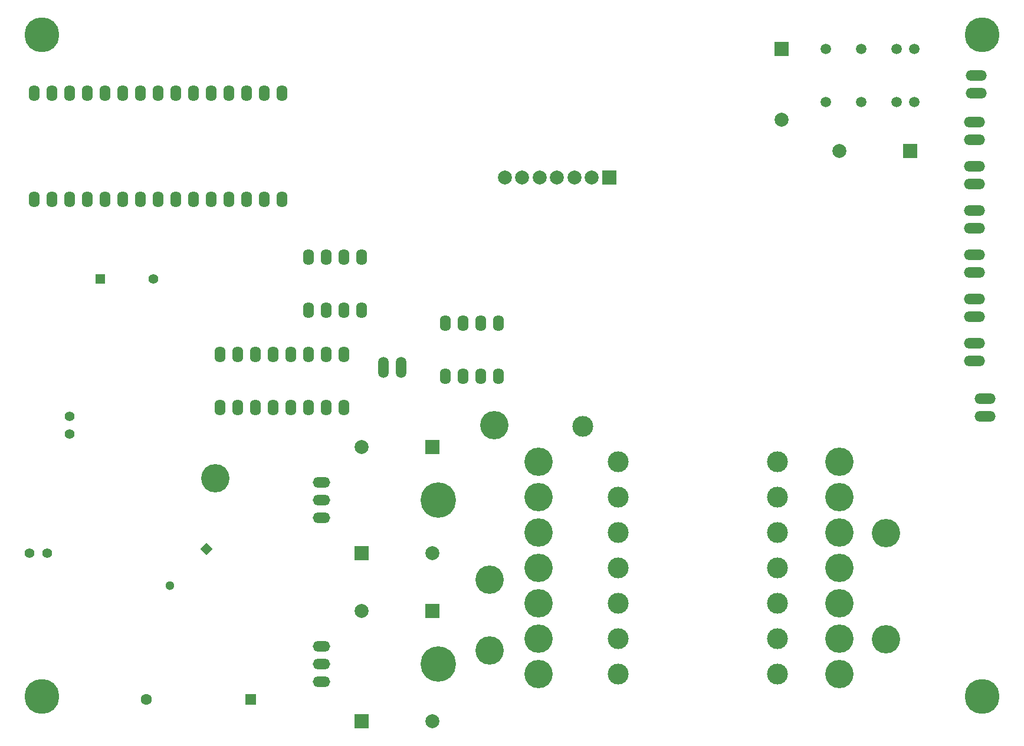
<source format=gbs>
G04 #@! TF.FileFunction,Soldermask,Bot*
%FSLAX46Y46*%
G04 Gerber Fmt 4.6, Leading zero omitted, Abs format (unit mm)*
G04 Created by KiCad (PCBNEW (after 2015-mar-04 BZR unknown)-product) date 9/22/2015 11:28:52 PM*
%MOMM*%
G01*
G04 APERTURE LIST*
%ADD10C,0.100000*%
%ADD11C,1.500000*%
%ADD12R,1.422400X1.422400*%
%ADD13C,1.422400*%
%ADD14C,1.300000*%
%ADD15R,1.600000X1.600000*%
%ADD16C,1.600000*%
%ADD17C,1.998980*%
%ADD18R,1.998980X1.998980*%
%ADD19C,4.064000*%
%ADD20C,2.999740*%
%ADD21R,2.000000X2.000000*%
%ADD22C,2.000000*%
%ADD23O,1.600000X2.300000*%
%ADD24O,3.014980X1.506220*%
%ADD25O,1.506220X3.014980*%
%ADD26C,5.000000*%
%ADD27C,1.397000*%
%ADD28O,2.499360X1.501140*%
%ADD29C,5.080000*%
G04 APERTURE END LIST*
D10*
D11*
X162560000Y-49530000D03*
X162560000Y-57150000D03*
X167640000Y-57150000D03*
X172720000Y-57150000D03*
X175260000Y-57150000D03*
X167640000Y-49530000D03*
X172720000Y-49530000D03*
X175260000Y-49530000D03*
D12*
X58420000Y-82550000D03*
D13*
X66040000Y-82550000D03*
D10*
G36*
X73660000Y-120365761D02*
X74579239Y-121285000D01*
X73660000Y-122204239D01*
X72740761Y-121285000D01*
X73660000Y-120365761D01*
X73660000Y-120365761D01*
G37*
D14*
X68356699Y-126588301D03*
D15*
X80010000Y-142875000D03*
D16*
X65010000Y-142875000D03*
D17*
X95885000Y-130177540D03*
D18*
X106045000Y-130177540D03*
D17*
X95885000Y-106682540D03*
D18*
X106045000Y-106682540D03*
D17*
X106045000Y-146047460D03*
D18*
X95885000Y-146047460D03*
D17*
X106045000Y-121917460D03*
D18*
X95885000Y-121917460D03*
D19*
X114300000Y-135890000D03*
X74930000Y-111125000D03*
X114300000Y-125730000D03*
X121282000Y-139308000D03*
X114935000Y-103505000D03*
X121282000Y-129148000D03*
X121282000Y-134228000D03*
X121282000Y-124068000D03*
X121282000Y-118988000D03*
X121282000Y-113908000D03*
X121282000Y-108828000D03*
X164462000Y-139308000D03*
X164462000Y-134228000D03*
X164462000Y-129148000D03*
X164462000Y-124068000D03*
X164462000Y-118988000D03*
X164462000Y-113908000D03*
X164462000Y-108828000D03*
X171132000Y-134302000D03*
X171132000Y-119062000D03*
D20*
X132712000Y-139308000D03*
X132712000Y-134228000D03*
X132712000Y-129148000D03*
X132712000Y-124068000D03*
X132712000Y-118988000D03*
X132712000Y-113908000D03*
X132712000Y-108828000D03*
X155572000Y-108828000D03*
X155572000Y-113908000D03*
X155572000Y-118988000D03*
X155572000Y-124068000D03*
X155572000Y-129148000D03*
X155572000Y-134228000D03*
X155572000Y-139308000D03*
X127632000Y-103748000D03*
D21*
X131445000Y-67945000D03*
D22*
X128952000Y-67945000D03*
X126452000Y-67945000D03*
X123952000Y-67945000D03*
X121452000Y-67945000D03*
X118952000Y-67945000D03*
X116452000Y-67945000D03*
D23*
X107950000Y-96520000D03*
X110490000Y-96520000D03*
X113030000Y-96520000D03*
X115570000Y-96520000D03*
X115570000Y-88900000D03*
X113030000Y-88900000D03*
X110490000Y-88900000D03*
X107950000Y-88900000D03*
X95885000Y-79375000D03*
X93345000Y-79375000D03*
X90805000Y-79375000D03*
X88265000Y-79375000D03*
X88265000Y-86995000D03*
X90805000Y-86995000D03*
X93345000Y-86995000D03*
X95885000Y-86995000D03*
X93345000Y-93345000D03*
X90805000Y-93345000D03*
X88265000Y-93345000D03*
X85725000Y-93345000D03*
X83185000Y-93345000D03*
X80645000Y-93345000D03*
X78105000Y-93345000D03*
X75565000Y-93345000D03*
X75565000Y-100965000D03*
X78105000Y-100965000D03*
X80645000Y-100965000D03*
X83185000Y-100965000D03*
X85725000Y-100965000D03*
X88265000Y-100965000D03*
X90805000Y-100965000D03*
X93345000Y-100965000D03*
X48895000Y-71120000D03*
X51435000Y-71120000D03*
X53975000Y-71120000D03*
X56515000Y-71120000D03*
X59055000Y-71120000D03*
X61595000Y-71120000D03*
X64135000Y-71120000D03*
X66675000Y-71120000D03*
X69215000Y-71120000D03*
X71755000Y-71120000D03*
X74295000Y-71120000D03*
X76835000Y-71120000D03*
X79375000Y-71120000D03*
X81915000Y-71120000D03*
X84455000Y-71120000D03*
X84455000Y-55880000D03*
X81915000Y-55880000D03*
X79375000Y-55880000D03*
X76835000Y-55880000D03*
X74295000Y-55880000D03*
X71755000Y-55880000D03*
X69215000Y-55880000D03*
X66675000Y-55880000D03*
X64135000Y-55880000D03*
X61595000Y-55880000D03*
X59055000Y-55880000D03*
X56515000Y-55880000D03*
X53975000Y-55880000D03*
X51435000Y-55880000D03*
X48895000Y-55880000D03*
D24*
X185420000Y-102235000D03*
X185420000Y-99695000D03*
X183832000Y-91757500D03*
X183832000Y-94297500D03*
X183832000Y-85407500D03*
X183832000Y-87947500D03*
X183832000Y-79057500D03*
X183832000Y-81597500D03*
X183832000Y-72707500D03*
X183832000Y-75247500D03*
X183832000Y-60007500D03*
X183832000Y-62547500D03*
X183832000Y-66357500D03*
X183832000Y-68897500D03*
D25*
X101600000Y-95250000D03*
X99060000Y-95250000D03*
D26*
X50000000Y-142500000D03*
X50000000Y-47500000D03*
X185000000Y-142500000D03*
X185000000Y-47500000D03*
D17*
X156212540Y-59690000D03*
D18*
X156212540Y-49530000D03*
D17*
X164465000Y-64137540D03*
D18*
X174625000Y-64137540D03*
D24*
X184150000Y-55880000D03*
X184150000Y-53340000D03*
D27*
X53975000Y-102235000D03*
X53975000Y-104775000D03*
X48260000Y-121920000D03*
X50800000Y-121920000D03*
D28*
X90170000Y-137795000D03*
X90170000Y-135255000D03*
X90170000Y-140335000D03*
D29*
X106920000Y-137795000D03*
D28*
X90170000Y-114300000D03*
X90170000Y-111760000D03*
X90170000Y-116840000D03*
D29*
X106920000Y-114300000D03*
M02*

</source>
